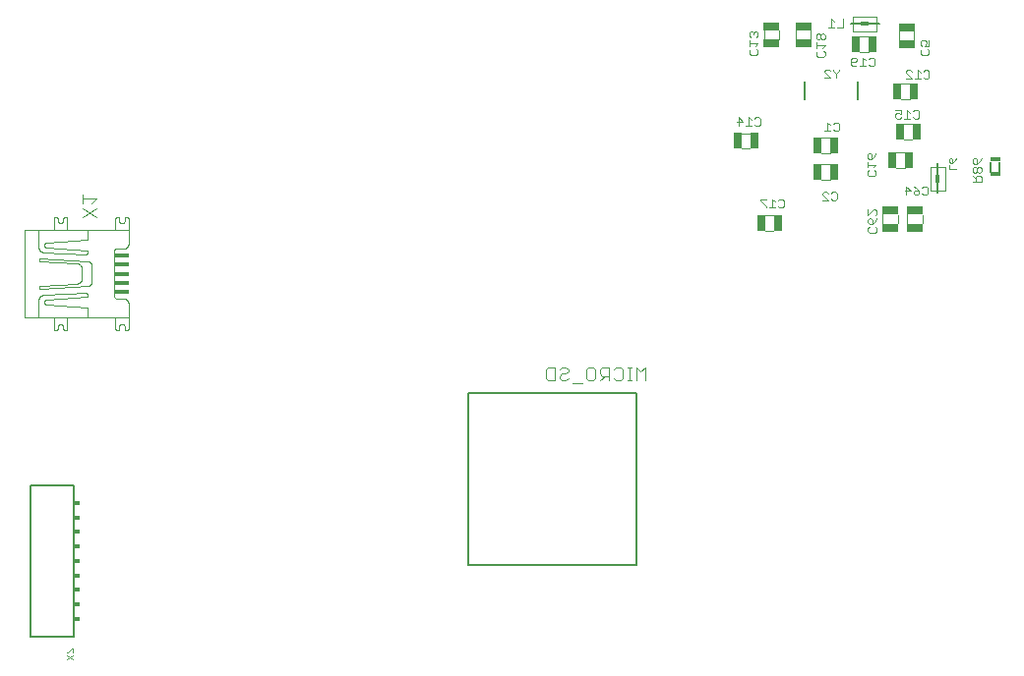
<source format=gbo>
G75*
%MOIN*%
%OFA0B0*%
%FSLAX25Y25*%
%IPPOS*%
%LPD*%
%AMOC8*
5,1,8,0,0,1.08239X$1,22.5*
%
%ADD10C,0.00600*%
%ADD11R,0.03400X0.01600*%
%ADD12C,0.00300*%
%ADD13R,0.01969X0.01260*%
%ADD14C,0.00400*%
%ADD15C,0.00500*%
%ADD16R,0.02953X0.05709*%
%ADD17C,0.00276*%
%ADD18R,0.02756X0.01181*%
%ADD19R,0.05709X0.02953*%
%ADD20C,0.00200*%
%ADD21R,0.01181X0.02756*%
%ADD22R,0.05133X0.01324*%
D10*
X0005564Y0053909D02*
X0020131Y0053909D01*
X0020131Y0105091D01*
X0005564Y0105091D01*
X0005564Y0053909D01*
X0005564Y0054402D02*
X0005564Y0104598D01*
X0016194Y0105091D02*
X0020131Y0105091D01*
X0020131Y0101154D01*
X0020131Y0097217D02*
X0020131Y0096232D01*
X0020131Y0092295D02*
X0020131Y0091311D01*
X0020131Y0087374D02*
X0020131Y0086390D01*
X0020131Y0082453D02*
X0020131Y0081469D01*
X0020131Y0077531D02*
X0020131Y0076547D01*
X0020131Y0072610D02*
X0020131Y0071626D01*
X0020131Y0067689D02*
X0020131Y0066705D01*
X0020131Y0062768D02*
X0020131Y0061783D01*
X0020131Y0057846D02*
X0020131Y0053909D01*
X0016194Y0053909D01*
X0330898Y0211549D02*
X0330898Y0214951D01*
X0333702Y0214951D02*
X0333702Y0211549D01*
D11*
X0332300Y0210750D03*
X0332300Y0215750D03*
D12*
X0327652Y0216138D02*
X0327169Y0215171D01*
X0326201Y0214203D01*
X0326201Y0215655D01*
X0325717Y0216138D01*
X0325234Y0216138D01*
X0324750Y0215655D01*
X0324750Y0214687D01*
X0325234Y0214203D01*
X0326201Y0214203D01*
X0325717Y0213192D02*
X0325234Y0213192D01*
X0324750Y0212708D01*
X0324750Y0211741D01*
X0325234Y0211257D01*
X0325717Y0211257D01*
X0326201Y0211741D01*
X0326201Y0212708D01*
X0325717Y0213192D01*
X0326201Y0212708D02*
X0326685Y0213192D01*
X0327169Y0213192D01*
X0327652Y0212708D01*
X0327652Y0211741D01*
X0327169Y0211257D01*
X0326685Y0211257D01*
X0326201Y0211741D01*
X0326201Y0210245D02*
X0325717Y0209762D01*
X0325717Y0208310D01*
X0324750Y0208310D02*
X0327652Y0208310D01*
X0327652Y0209762D01*
X0327169Y0210245D01*
X0326201Y0210245D01*
X0325717Y0209278D02*
X0324750Y0210245D01*
X0309490Y0206119D02*
X0309490Y0204184D01*
X0309006Y0203700D01*
X0308038Y0203700D01*
X0307555Y0204184D01*
X0306543Y0204184D02*
X0306059Y0203700D01*
X0305092Y0203700D01*
X0304608Y0204184D01*
X0304608Y0204667D01*
X0305092Y0205151D01*
X0306543Y0205151D01*
X0306543Y0204184D01*
X0306543Y0205151D02*
X0305576Y0206119D01*
X0304608Y0206602D01*
X0303597Y0205151D02*
X0301662Y0205151D01*
X0302145Y0203700D02*
X0302145Y0206602D01*
X0303597Y0205151D01*
X0307555Y0206119D02*
X0308038Y0206602D01*
X0309006Y0206602D01*
X0309490Y0206119D01*
X0291902Y0210544D02*
X0291419Y0210060D01*
X0289484Y0210060D01*
X0289000Y0210544D01*
X0289000Y0211512D01*
X0289484Y0211995D01*
X0289000Y0213007D02*
X0289000Y0214942D01*
X0289000Y0213974D02*
X0291902Y0213974D01*
X0290935Y0213007D01*
X0291419Y0211995D02*
X0291902Y0211512D01*
X0291902Y0210544D01*
X0290451Y0215953D02*
X0289484Y0215953D01*
X0289000Y0216437D01*
X0289000Y0217405D01*
X0289484Y0217888D01*
X0289967Y0217888D01*
X0290451Y0217405D01*
X0290451Y0215953D01*
X0291419Y0216921D01*
X0291902Y0217888D01*
X0299056Y0229650D02*
X0300023Y0229650D01*
X0300507Y0230134D01*
X0300507Y0231101D02*
X0299539Y0231585D01*
X0299056Y0231585D01*
X0298572Y0231101D01*
X0298572Y0230134D01*
X0299056Y0229650D01*
X0300507Y0231101D02*
X0300507Y0232552D01*
X0298572Y0232552D01*
X0302486Y0232552D02*
X0302486Y0229650D01*
X0303453Y0229650D02*
X0301519Y0229650D01*
X0303453Y0231585D02*
X0302486Y0232552D01*
X0304465Y0232069D02*
X0304949Y0232552D01*
X0305916Y0232552D01*
X0306400Y0232069D01*
X0306400Y0230134D01*
X0305916Y0229650D01*
X0304949Y0229650D01*
X0304465Y0230134D01*
X0304007Y0243150D02*
X0302072Y0245085D01*
X0302072Y0245569D01*
X0302556Y0246052D01*
X0303523Y0246052D01*
X0304007Y0245569D01*
X0305986Y0246052D02*
X0305986Y0243150D01*
X0306953Y0243150D02*
X0305019Y0243150D01*
X0304007Y0243150D02*
X0302072Y0243150D01*
X0305986Y0246052D02*
X0306953Y0245085D01*
X0307965Y0245569D02*
X0308449Y0246052D01*
X0309416Y0246052D01*
X0309900Y0245569D01*
X0309900Y0243634D01*
X0309416Y0243150D01*
X0308449Y0243150D01*
X0307965Y0243634D01*
X0307484Y0251257D02*
X0307000Y0251741D01*
X0307000Y0252708D01*
X0307484Y0253192D01*
X0307484Y0254203D02*
X0307000Y0254687D01*
X0307000Y0255655D01*
X0307484Y0256138D01*
X0308451Y0256138D01*
X0308935Y0255655D01*
X0308935Y0255171D01*
X0308451Y0254203D01*
X0309902Y0254203D01*
X0309902Y0256138D01*
X0309419Y0253192D02*
X0309902Y0252708D01*
X0309902Y0251741D01*
X0309419Y0251257D01*
X0307484Y0251257D01*
X0291400Y0249819D02*
X0291400Y0247884D01*
X0290916Y0247400D01*
X0289949Y0247400D01*
X0289465Y0247884D01*
X0288453Y0247400D02*
X0286519Y0247400D01*
X0287486Y0247400D02*
X0287486Y0250302D01*
X0288453Y0249335D01*
X0289465Y0249819D02*
X0289949Y0250302D01*
X0290916Y0250302D01*
X0291400Y0249819D01*
X0285507Y0249819D02*
X0285507Y0249335D01*
X0285023Y0248851D01*
X0283572Y0248851D01*
X0283572Y0247884D02*
X0283572Y0249819D01*
X0284056Y0250302D01*
X0285023Y0250302D01*
X0285507Y0249819D01*
X0285507Y0247884D02*
X0285023Y0247400D01*
X0284056Y0247400D01*
X0283572Y0247884D01*
X0279400Y0246302D02*
X0279400Y0245819D01*
X0278433Y0244851D01*
X0278433Y0243400D01*
X0278433Y0244851D02*
X0277465Y0245819D01*
X0277465Y0246302D01*
X0276453Y0245819D02*
X0275970Y0246302D01*
X0275002Y0246302D01*
X0274519Y0245819D01*
X0274519Y0245335D01*
X0276453Y0243400D01*
X0274519Y0243400D01*
X0274169Y0250560D02*
X0272234Y0250560D01*
X0271750Y0251044D01*
X0271750Y0252012D01*
X0272234Y0252495D01*
X0271750Y0253507D02*
X0271750Y0255442D01*
X0271750Y0254474D02*
X0274652Y0254474D01*
X0273685Y0253507D01*
X0274169Y0252495D02*
X0274652Y0252012D01*
X0274652Y0251044D01*
X0274169Y0250560D01*
X0274169Y0256453D02*
X0273685Y0256453D01*
X0273201Y0256937D01*
X0273201Y0257905D01*
X0272717Y0258388D01*
X0272234Y0258388D01*
X0271750Y0257905D01*
X0271750Y0256937D01*
X0272234Y0256453D01*
X0272717Y0256453D01*
X0273201Y0256937D01*
X0273201Y0257905D02*
X0273685Y0258388D01*
X0274169Y0258388D01*
X0274652Y0257905D01*
X0274652Y0256937D01*
X0274169Y0256453D01*
X0275769Y0260650D02*
X0277703Y0260650D01*
X0276736Y0260650D02*
X0276736Y0263552D01*
X0277703Y0262585D01*
X0278715Y0260650D02*
X0280650Y0260650D01*
X0280650Y0263552D01*
X0251902Y0258655D02*
X0251902Y0257687D01*
X0251419Y0257203D01*
X0250451Y0258171D02*
X0250451Y0258655D01*
X0249967Y0259138D01*
X0249484Y0259138D01*
X0249000Y0258655D01*
X0249000Y0257687D01*
X0249484Y0257203D01*
X0249000Y0256192D02*
X0249000Y0254257D01*
X0249000Y0255224D02*
X0251902Y0255224D01*
X0250935Y0254257D01*
X0251419Y0253245D02*
X0251902Y0252762D01*
X0251902Y0251794D01*
X0251419Y0251310D01*
X0249484Y0251310D01*
X0249000Y0251794D01*
X0249000Y0252762D01*
X0249484Y0253245D01*
X0250451Y0258655D02*
X0250935Y0259138D01*
X0251419Y0259138D01*
X0251902Y0258655D01*
X0252166Y0230052D02*
X0252650Y0229569D01*
X0252650Y0227634D01*
X0252166Y0227150D01*
X0251199Y0227150D01*
X0250715Y0227634D01*
X0249703Y0227150D02*
X0247769Y0227150D01*
X0248736Y0227150D02*
X0248736Y0230052D01*
X0249703Y0229085D01*
X0250715Y0229569D02*
X0251199Y0230052D01*
X0252166Y0230052D01*
X0246757Y0228601D02*
X0244822Y0228601D01*
X0245306Y0227150D02*
X0245306Y0230052D01*
X0246757Y0228601D01*
X0273769Y0204319D02*
X0274252Y0204802D01*
X0275220Y0204802D01*
X0275703Y0204319D01*
X0276715Y0204319D02*
X0277199Y0204802D01*
X0278166Y0204802D01*
X0278650Y0204319D01*
X0278650Y0202384D01*
X0278166Y0201900D01*
X0277199Y0201900D01*
X0276715Y0202384D01*
X0275703Y0201900D02*
X0273769Y0203835D01*
X0273769Y0204319D01*
X0273769Y0201900D02*
X0275703Y0201900D01*
X0289200Y0198728D02*
X0289200Y0196793D01*
X0291135Y0198728D01*
X0291619Y0198728D01*
X0292102Y0198244D01*
X0292102Y0197277D01*
X0291619Y0196793D01*
X0292102Y0195781D02*
X0291619Y0194814D01*
X0290651Y0193847D01*
X0290651Y0195298D01*
X0290167Y0195781D01*
X0289684Y0195781D01*
X0289200Y0195298D01*
X0289200Y0194330D01*
X0289684Y0193847D01*
X0290651Y0193847D01*
X0289684Y0192835D02*
X0289200Y0192351D01*
X0289200Y0191384D01*
X0289684Y0190900D01*
X0291619Y0190900D01*
X0292102Y0191384D01*
X0292102Y0192351D01*
X0291619Y0192835D01*
X0260650Y0199884D02*
X0260166Y0199400D01*
X0259199Y0199400D01*
X0258715Y0199884D01*
X0257703Y0199400D02*
X0255769Y0199400D01*
X0256736Y0199400D02*
X0256736Y0202302D01*
X0257703Y0201335D01*
X0258715Y0201819D02*
X0259199Y0202302D01*
X0260166Y0202302D01*
X0260650Y0201819D01*
X0260650Y0199884D01*
X0254757Y0199884D02*
X0254757Y0199400D01*
X0254757Y0199884D02*
X0252822Y0201819D01*
X0252822Y0202302D01*
X0254757Y0202302D01*
X0274519Y0225400D02*
X0276453Y0225400D01*
X0275486Y0225400D02*
X0275486Y0228302D01*
X0276453Y0227335D01*
X0277465Y0227819D02*
X0277949Y0228302D01*
X0278916Y0228302D01*
X0279400Y0227819D01*
X0279400Y0225884D01*
X0278916Y0225400D01*
X0277949Y0225400D01*
X0277465Y0225884D01*
D13*
X0021115Y0099185D03*
X0021115Y0094264D03*
X0021115Y0089343D03*
X0021115Y0084421D03*
X0021115Y0079500D03*
X0021115Y0074579D03*
X0021115Y0069657D03*
X0021115Y0064736D03*
X0021115Y0059815D03*
D14*
X0019852Y0047551D02*
X0017750Y0046150D01*
X0017750Y0047551D02*
X0019852Y0046150D01*
X0019852Y0048452D02*
X0019852Y0049853D01*
X0019501Y0049853D01*
X0018100Y0048452D01*
X0017750Y0048452D01*
X0013978Y0157711D02*
X0013978Y0157711D01*
X0013978Y0157712D02*
X0013931Y0157714D01*
X0013883Y0157719D01*
X0013836Y0157728D01*
X0013790Y0157741D01*
X0013746Y0157758D01*
X0013702Y0157777D01*
X0013661Y0157801D01*
X0013621Y0157827D01*
X0013583Y0157857D01*
X0013548Y0157889D01*
X0013516Y0157924D01*
X0013486Y0157962D01*
X0013460Y0158001D01*
X0013437Y0158043D01*
X0013417Y0158086D01*
X0013400Y0158131D01*
X0013387Y0158177D01*
X0013378Y0158224D01*
X0013373Y0158271D01*
X0013371Y0158319D01*
X0013371Y0162017D01*
X0015523Y0159864D02*
X0015634Y0159864D01*
X0015634Y0159863D02*
X0015692Y0159861D01*
X0015749Y0159856D01*
X0015806Y0159846D01*
X0015863Y0159833D01*
X0015918Y0159816D01*
X0015972Y0159796D01*
X0016025Y0159772D01*
X0016076Y0159745D01*
X0016125Y0159714D01*
X0016172Y0159681D01*
X0016216Y0159644D01*
X0016259Y0159605D01*
X0016298Y0159562D01*
X0016335Y0159518D01*
X0016368Y0159471D01*
X0016399Y0159422D01*
X0016426Y0159371D01*
X0016450Y0159318D01*
X0016470Y0159264D01*
X0016487Y0159209D01*
X0016500Y0159152D01*
X0016510Y0159095D01*
X0016515Y0159038D01*
X0016517Y0158980D01*
X0016517Y0158981D02*
X0016517Y0158319D01*
X0016519Y0158271D01*
X0016524Y0158224D01*
X0016534Y0158177D01*
X0016547Y0158131D01*
X0016563Y0158087D01*
X0016583Y0158043D01*
X0016606Y0158002D01*
X0016633Y0157962D01*
X0016662Y0157925D01*
X0016695Y0157890D01*
X0016730Y0157857D01*
X0016767Y0157828D01*
X0016807Y0157801D01*
X0016848Y0157778D01*
X0016892Y0157758D01*
X0016936Y0157742D01*
X0016982Y0157729D01*
X0017029Y0157719D01*
X0017076Y0157714D01*
X0017124Y0157712D01*
X0017173Y0157714D01*
X0017223Y0157719D01*
X0017271Y0157729D01*
X0017319Y0157741D01*
X0017366Y0157758D01*
X0017411Y0157778D01*
X0017455Y0157801D01*
X0017497Y0157827D01*
X0017537Y0157856D01*
X0017574Y0157889D01*
X0017609Y0157924D01*
X0017642Y0157961D01*
X0017671Y0158001D01*
X0017697Y0158043D01*
X0017720Y0158087D01*
X0017740Y0158132D01*
X0017757Y0158179D01*
X0017769Y0158227D01*
X0017779Y0158275D01*
X0017784Y0158325D01*
X0017786Y0158374D01*
X0017786Y0161796D01*
X0015523Y0159864D02*
X0015466Y0159862D01*
X0015408Y0159856D01*
X0015351Y0159847D01*
X0015295Y0159834D01*
X0015239Y0159817D01*
X0015185Y0159797D01*
X0015133Y0159773D01*
X0015082Y0159746D01*
X0015033Y0159715D01*
X0014986Y0159682D01*
X0014941Y0159645D01*
X0014899Y0159605D01*
X0014859Y0159563D01*
X0014822Y0159518D01*
X0014789Y0159471D01*
X0014758Y0159422D01*
X0014731Y0159371D01*
X0014707Y0159319D01*
X0014687Y0159265D01*
X0014670Y0159209D01*
X0014657Y0159153D01*
X0014648Y0159096D01*
X0014642Y0159038D01*
X0014640Y0158981D01*
X0014640Y0158374D01*
X0014638Y0158325D01*
X0014633Y0158275D01*
X0014623Y0158227D01*
X0014611Y0158179D01*
X0014594Y0158132D01*
X0014574Y0158087D01*
X0014551Y0158043D01*
X0014525Y0158001D01*
X0014496Y0157961D01*
X0014463Y0157924D01*
X0014428Y0157889D01*
X0014391Y0157856D01*
X0014351Y0157827D01*
X0014309Y0157801D01*
X0014265Y0157778D01*
X0014220Y0157758D01*
X0014173Y0157741D01*
X0014125Y0157729D01*
X0014077Y0157719D01*
X0014027Y0157714D01*
X0013978Y0157712D01*
X0008238Y0162237D02*
X0008238Y0168308D01*
X0008237Y0168309D02*
X0008239Y0168381D01*
X0008245Y0168453D01*
X0008254Y0168525D01*
X0008267Y0168596D01*
X0008284Y0168666D01*
X0008304Y0168735D01*
X0008329Y0168803D01*
X0008356Y0168870D01*
X0008387Y0168935D01*
X0008422Y0168999D01*
X0008460Y0169061D01*
X0008501Y0169120D01*
X0008545Y0169177D01*
X0008591Y0169232D01*
X0008641Y0169285D01*
X0008694Y0169335D01*
X0008749Y0169381D01*
X0008806Y0169425D01*
X0008865Y0169466D01*
X0008927Y0169504D01*
X0008991Y0169539D01*
X0009056Y0169570D01*
X0009123Y0169597D01*
X0009191Y0169622D01*
X0009260Y0169642D01*
X0009330Y0169659D01*
X0009401Y0169672D01*
X0009473Y0169681D01*
X0009545Y0169687D01*
X0009617Y0169689D01*
X0009618Y0169688D02*
X0009783Y0169688D01*
X0024244Y0170350D01*
X0024292Y0170351D01*
X0024339Y0170347D01*
X0024386Y0170339D01*
X0024433Y0170328D01*
X0024478Y0170312D01*
X0024522Y0170293D01*
X0024564Y0170271D01*
X0024605Y0170245D01*
X0024643Y0170215D01*
X0024678Y0170183D01*
X0024711Y0170148D01*
X0024740Y0170111D01*
X0024767Y0170071D01*
X0024790Y0170029D01*
X0024809Y0169985D01*
X0024825Y0169940D01*
X0024837Y0169893D01*
X0024845Y0169846D01*
X0024849Y0169799D01*
X0024850Y0169751D01*
X0024846Y0169703D01*
X0024838Y0169656D01*
X0024827Y0169609D01*
X0024812Y0169564D01*
X0024793Y0169520D01*
X0024770Y0169478D01*
X0024744Y0169437D01*
X0024715Y0169399D01*
X0024683Y0169364D01*
X0024648Y0169331D01*
X0024611Y0169301D01*
X0024571Y0169275D01*
X0024529Y0169252D01*
X0024485Y0169232D01*
X0024440Y0169216D01*
X0024394Y0169204D01*
X0024346Y0169196D01*
X0024299Y0169192D01*
X0024299Y0169191D02*
X0010942Y0168308D01*
X0010881Y0168302D01*
X0010820Y0168292D01*
X0010760Y0168278D01*
X0010700Y0168260D01*
X0010642Y0168239D01*
X0010586Y0168214D01*
X0010531Y0168185D01*
X0010478Y0168153D01*
X0010428Y0168118D01*
X0010379Y0168080D01*
X0010334Y0168038D01*
X0010291Y0167994D01*
X0010251Y0167947D01*
X0010214Y0167897D01*
X0010180Y0167846D01*
X0010149Y0167792D01*
X0010123Y0167736D01*
X0010099Y0167679D01*
X0010080Y0167620D01*
X0010064Y0167561D01*
X0010052Y0167500D01*
X0010044Y0167439D01*
X0010040Y0167377D01*
X0010039Y0167315D01*
X0010043Y0167254D01*
X0010051Y0167192D01*
X0010062Y0167132D01*
X0010078Y0167072D01*
X0010097Y0167013D01*
X0010120Y0166956D01*
X0010146Y0166900D01*
X0010176Y0166846D01*
X0010210Y0166794D01*
X0010246Y0166744D01*
X0010286Y0166697D01*
X0010329Y0166653D01*
X0010374Y0166611D01*
X0010422Y0166572D01*
X0010473Y0166536D01*
X0010525Y0166504D01*
X0010580Y0166475D01*
X0010636Y0166449D01*
X0010694Y0166428D01*
X0010753Y0166410D01*
X0010813Y0166395D01*
X0010874Y0166385D01*
X0010936Y0166379D01*
X0010997Y0166376D01*
X0024409Y0165493D01*
X0024450Y0165489D01*
X0024490Y0165481D01*
X0024529Y0165469D01*
X0024567Y0165455D01*
X0024604Y0165437D01*
X0024639Y0165416D01*
X0024672Y0165392D01*
X0024703Y0165365D01*
X0024731Y0165335D01*
X0024757Y0165304D01*
X0024780Y0165270D01*
X0024800Y0165234D01*
X0024817Y0165197D01*
X0024831Y0165159D01*
X0024841Y0165119D01*
X0024847Y0165079D01*
X0024851Y0165038D01*
X0024850Y0164997D01*
X0024851Y0164997D02*
X0024851Y0162237D01*
X0034179Y0162017D02*
X0034179Y0158319D01*
X0034178Y0158319D02*
X0034180Y0158271D01*
X0034185Y0158223D01*
X0034195Y0158177D01*
X0034207Y0158131D01*
X0034224Y0158086D01*
X0034244Y0158042D01*
X0034267Y0158001D01*
X0034294Y0157961D01*
X0034323Y0157923D01*
X0034356Y0157888D01*
X0034391Y0157856D01*
X0034428Y0157826D01*
X0034468Y0157800D01*
X0034510Y0157777D01*
X0034553Y0157757D01*
X0034598Y0157740D01*
X0034644Y0157727D01*
X0034691Y0157718D01*
X0034738Y0157713D01*
X0034786Y0157711D01*
X0034786Y0157711D01*
X0034786Y0157712D02*
X0034835Y0157714D01*
X0034885Y0157719D01*
X0034933Y0157729D01*
X0034981Y0157741D01*
X0035028Y0157758D01*
X0035073Y0157778D01*
X0035117Y0157801D01*
X0035159Y0157827D01*
X0035199Y0157856D01*
X0035236Y0157889D01*
X0035271Y0157924D01*
X0035304Y0157961D01*
X0035333Y0158001D01*
X0035359Y0158043D01*
X0035382Y0158087D01*
X0035402Y0158132D01*
X0035419Y0158179D01*
X0035431Y0158227D01*
X0035441Y0158275D01*
X0035446Y0158325D01*
X0035448Y0158374D01*
X0035448Y0158981D01*
X0035450Y0159039D01*
X0035456Y0159096D01*
X0035465Y0159153D01*
X0035478Y0159210D01*
X0035495Y0159265D01*
X0035515Y0159319D01*
X0035539Y0159372D01*
X0035566Y0159423D01*
X0035597Y0159472D01*
X0035630Y0159519D01*
X0035667Y0159563D01*
X0035707Y0159605D01*
X0035749Y0159645D01*
X0035793Y0159682D01*
X0035840Y0159715D01*
X0035890Y0159746D01*
X0035940Y0159773D01*
X0035993Y0159797D01*
X0036047Y0159817D01*
X0036102Y0159834D01*
X0036159Y0159847D01*
X0036216Y0159856D01*
X0036273Y0159862D01*
X0036331Y0159864D01*
X0036442Y0159864D01*
X0036499Y0159862D01*
X0036557Y0159856D01*
X0036614Y0159847D01*
X0036670Y0159834D01*
X0036726Y0159817D01*
X0036780Y0159797D01*
X0036832Y0159773D01*
X0036883Y0159746D01*
X0036932Y0159715D01*
X0036979Y0159682D01*
X0037024Y0159645D01*
X0037066Y0159605D01*
X0037106Y0159563D01*
X0037143Y0159518D01*
X0037176Y0159471D01*
X0037207Y0159422D01*
X0037234Y0159371D01*
X0037258Y0159319D01*
X0037278Y0159265D01*
X0037295Y0159209D01*
X0037308Y0159153D01*
X0037317Y0159096D01*
X0037323Y0159038D01*
X0037325Y0158981D01*
X0037325Y0158319D01*
X0037327Y0158271D01*
X0037332Y0158224D01*
X0037342Y0158177D01*
X0037355Y0158131D01*
X0037371Y0158087D01*
X0037391Y0158043D01*
X0037414Y0158002D01*
X0037441Y0157962D01*
X0037470Y0157925D01*
X0037503Y0157890D01*
X0037538Y0157857D01*
X0037575Y0157828D01*
X0037615Y0157801D01*
X0037656Y0157778D01*
X0037700Y0157758D01*
X0037744Y0157742D01*
X0037790Y0157729D01*
X0037837Y0157719D01*
X0037884Y0157714D01*
X0037932Y0157712D01*
X0037981Y0157714D01*
X0038031Y0157719D01*
X0038079Y0157729D01*
X0038127Y0157741D01*
X0038174Y0157758D01*
X0038219Y0157778D01*
X0038263Y0157801D01*
X0038305Y0157827D01*
X0038345Y0157856D01*
X0038382Y0157889D01*
X0038417Y0157924D01*
X0038450Y0157961D01*
X0038479Y0158001D01*
X0038505Y0158043D01*
X0038528Y0158087D01*
X0038548Y0158132D01*
X0038565Y0158179D01*
X0038577Y0158227D01*
X0038587Y0158275D01*
X0038592Y0158325D01*
X0038594Y0158374D01*
X0038594Y0162072D01*
X0038594Y0162016D02*
X0038594Y0166983D01*
X0038594Y0166984D02*
X0038592Y0167056D01*
X0038587Y0167129D01*
X0038578Y0167201D01*
X0038565Y0167273D01*
X0038548Y0167343D01*
X0038528Y0167413D01*
X0038505Y0167482D01*
X0038478Y0167550D01*
X0038447Y0167616D01*
X0038414Y0167680D01*
X0038377Y0167743D01*
X0038337Y0167804D01*
X0038294Y0167862D01*
X0038248Y0167919D01*
X0038199Y0167973D01*
X0038148Y0168024D01*
X0038094Y0168073D01*
X0038037Y0168119D01*
X0037979Y0168162D01*
X0037918Y0168202D01*
X0037855Y0168239D01*
X0037791Y0168272D01*
X0037725Y0168303D01*
X0037657Y0168330D01*
X0037588Y0168353D01*
X0037518Y0168373D01*
X0037448Y0168390D01*
X0037376Y0168403D01*
X0037304Y0168412D01*
X0037231Y0168417D01*
X0037159Y0168419D01*
X0035061Y0168419D01*
X0034986Y0168421D01*
X0034911Y0168427D01*
X0034837Y0168437D01*
X0034763Y0168450D01*
X0034690Y0168468D01*
X0034618Y0168489D01*
X0034547Y0168514D01*
X0034477Y0168543D01*
X0034410Y0168575D01*
X0034344Y0168611D01*
X0034279Y0168651D01*
X0034218Y0168693D01*
X0034158Y0168739D01*
X0034101Y0168788D01*
X0034046Y0168839D01*
X0033995Y0168894D01*
X0033946Y0168951D01*
X0033900Y0169011D01*
X0033858Y0169072D01*
X0033818Y0169137D01*
X0033782Y0169203D01*
X0033750Y0169270D01*
X0033721Y0169340D01*
X0033696Y0169411D01*
X0033675Y0169483D01*
X0033657Y0169556D01*
X0033644Y0169630D01*
X0033634Y0169704D01*
X0033628Y0169779D01*
X0033626Y0169854D01*
X0033626Y0184314D01*
X0033627Y0184314D02*
X0033629Y0184383D01*
X0033634Y0184451D01*
X0033644Y0184519D01*
X0033657Y0184587D01*
X0033673Y0184653D01*
X0033693Y0184719D01*
X0033717Y0184784D01*
X0033744Y0184847D01*
X0033775Y0184908D01*
X0033809Y0184968D01*
X0033846Y0185026D01*
X0033886Y0185082D01*
X0033929Y0185136D01*
X0033975Y0185187D01*
X0034023Y0185235D01*
X0034074Y0185281D01*
X0034128Y0185324D01*
X0034184Y0185364D01*
X0034242Y0185401D01*
X0034302Y0185435D01*
X0034363Y0185466D01*
X0034426Y0185493D01*
X0034491Y0185517D01*
X0034557Y0185537D01*
X0034623Y0185553D01*
X0034691Y0185566D01*
X0034759Y0185576D01*
X0034827Y0185581D01*
X0034896Y0185583D01*
X0037214Y0185583D01*
X0037286Y0185585D01*
X0037358Y0185591D01*
X0037430Y0185600D01*
X0037501Y0185613D01*
X0037571Y0185630D01*
X0037640Y0185650D01*
X0037708Y0185675D01*
X0037775Y0185702D01*
X0037840Y0185733D01*
X0037904Y0185768D01*
X0037966Y0185806D01*
X0038025Y0185847D01*
X0038082Y0185891D01*
X0038137Y0185937D01*
X0038190Y0185987D01*
X0038240Y0186040D01*
X0038286Y0186095D01*
X0038330Y0186152D01*
X0038371Y0186211D01*
X0038409Y0186273D01*
X0038444Y0186337D01*
X0038475Y0186402D01*
X0038502Y0186469D01*
X0038527Y0186537D01*
X0038547Y0186606D01*
X0038564Y0186676D01*
X0038577Y0186747D01*
X0038586Y0186819D01*
X0038592Y0186891D01*
X0038594Y0186963D01*
X0038594Y0191986D01*
X0038594Y0195684D01*
X0038592Y0195732D01*
X0038587Y0195779D01*
X0038578Y0195826D01*
X0038565Y0195872D01*
X0038548Y0195917D01*
X0038528Y0195960D01*
X0038505Y0196002D01*
X0038479Y0196041D01*
X0038449Y0196079D01*
X0038417Y0196114D01*
X0038382Y0196146D01*
X0038344Y0196176D01*
X0038304Y0196202D01*
X0038263Y0196226D01*
X0038219Y0196245D01*
X0038175Y0196262D01*
X0038129Y0196275D01*
X0038082Y0196284D01*
X0038034Y0196289D01*
X0037987Y0196291D01*
X0037986Y0196291D01*
X0037987Y0196291D02*
X0037938Y0196289D01*
X0037888Y0196284D01*
X0037840Y0196274D01*
X0037792Y0196262D01*
X0037745Y0196245D01*
X0037700Y0196225D01*
X0037656Y0196202D01*
X0037614Y0196176D01*
X0037574Y0196147D01*
X0037537Y0196114D01*
X0037502Y0196079D01*
X0037469Y0196042D01*
X0037440Y0196002D01*
X0037414Y0195960D01*
X0037391Y0195916D01*
X0037371Y0195871D01*
X0037354Y0195824D01*
X0037342Y0195776D01*
X0037332Y0195728D01*
X0037327Y0195678D01*
X0037325Y0195629D01*
X0037324Y0195629D02*
X0037324Y0195022D01*
X0037325Y0195021D02*
X0037323Y0194963D01*
X0037318Y0194906D01*
X0037308Y0194849D01*
X0037295Y0194792D01*
X0037278Y0194737D01*
X0037258Y0194683D01*
X0037234Y0194630D01*
X0037207Y0194579D01*
X0037177Y0194530D01*
X0037143Y0194483D01*
X0037106Y0194439D01*
X0037067Y0194396D01*
X0037024Y0194357D01*
X0036980Y0194320D01*
X0036933Y0194286D01*
X0036884Y0194256D01*
X0036833Y0194229D01*
X0036780Y0194205D01*
X0036726Y0194185D01*
X0036671Y0194168D01*
X0036614Y0194155D01*
X0036557Y0194145D01*
X0036500Y0194140D01*
X0036442Y0194138D01*
X0036441Y0194139D02*
X0036331Y0194139D01*
X0036273Y0194141D01*
X0036216Y0194147D01*
X0036159Y0194156D01*
X0036102Y0194169D01*
X0036047Y0194186D01*
X0035993Y0194206D01*
X0035940Y0194230D01*
X0035890Y0194257D01*
X0035840Y0194288D01*
X0035793Y0194321D01*
X0035749Y0194358D01*
X0035707Y0194398D01*
X0035667Y0194440D01*
X0035630Y0194484D01*
X0035597Y0194531D01*
X0035566Y0194581D01*
X0035539Y0194631D01*
X0035515Y0194684D01*
X0035495Y0194738D01*
X0035478Y0194793D01*
X0035465Y0194850D01*
X0035456Y0194907D01*
X0035450Y0194964D01*
X0035448Y0195022D01*
X0035448Y0195684D01*
X0035446Y0195732D01*
X0035441Y0195779D01*
X0035431Y0195826D01*
X0035418Y0195872D01*
X0035402Y0195916D01*
X0035382Y0195960D01*
X0035359Y0196001D01*
X0035332Y0196041D01*
X0035303Y0196078D01*
X0035270Y0196113D01*
X0035235Y0196146D01*
X0035198Y0196175D01*
X0035158Y0196202D01*
X0035117Y0196225D01*
X0035073Y0196245D01*
X0035029Y0196261D01*
X0034983Y0196274D01*
X0034936Y0196284D01*
X0034889Y0196289D01*
X0034841Y0196291D01*
X0034792Y0196289D01*
X0034742Y0196284D01*
X0034694Y0196274D01*
X0034646Y0196262D01*
X0034599Y0196245D01*
X0034554Y0196225D01*
X0034510Y0196202D01*
X0034468Y0196176D01*
X0034428Y0196147D01*
X0034391Y0196114D01*
X0034356Y0196079D01*
X0034323Y0196042D01*
X0034294Y0196002D01*
X0034268Y0195960D01*
X0034245Y0195916D01*
X0034225Y0195871D01*
X0034208Y0195824D01*
X0034196Y0195776D01*
X0034186Y0195728D01*
X0034181Y0195678D01*
X0034179Y0195629D01*
X0034178Y0195629D02*
X0034178Y0192207D01*
X0038594Y0191986D02*
X0017786Y0191986D01*
X0017786Y0195684D01*
X0017784Y0195732D01*
X0017779Y0195779D01*
X0017770Y0195826D01*
X0017757Y0195872D01*
X0017740Y0195917D01*
X0017720Y0195960D01*
X0017697Y0196002D01*
X0017671Y0196041D01*
X0017641Y0196079D01*
X0017609Y0196114D01*
X0017574Y0196146D01*
X0017536Y0196176D01*
X0017496Y0196202D01*
X0017455Y0196226D01*
X0017411Y0196245D01*
X0017367Y0196262D01*
X0017321Y0196275D01*
X0017274Y0196284D01*
X0017226Y0196289D01*
X0017179Y0196291D01*
X0017178Y0196291D01*
X0017179Y0196291D02*
X0017130Y0196289D01*
X0017080Y0196284D01*
X0017032Y0196274D01*
X0016984Y0196262D01*
X0016937Y0196245D01*
X0016892Y0196225D01*
X0016848Y0196202D01*
X0016806Y0196176D01*
X0016766Y0196147D01*
X0016729Y0196114D01*
X0016694Y0196079D01*
X0016661Y0196042D01*
X0016632Y0196002D01*
X0016606Y0195960D01*
X0016583Y0195916D01*
X0016563Y0195871D01*
X0016546Y0195824D01*
X0016534Y0195776D01*
X0016524Y0195728D01*
X0016519Y0195678D01*
X0016517Y0195629D01*
X0016517Y0195022D01*
X0016516Y0195022D02*
X0016514Y0194964D01*
X0016509Y0194907D01*
X0016499Y0194850D01*
X0016486Y0194793D01*
X0016469Y0194738D01*
X0016449Y0194684D01*
X0016425Y0194631D01*
X0016398Y0194580D01*
X0016367Y0194531D01*
X0016334Y0194484D01*
X0016297Y0194440D01*
X0016258Y0194397D01*
X0016215Y0194358D01*
X0016171Y0194321D01*
X0016124Y0194288D01*
X0016075Y0194257D01*
X0016024Y0194230D01*
X0015971Y0194206D01*
X0015917Y0194186D01*
X0015862Y0194169D01*
X0015805Y0194156D01*
X0015748Y0194146D01*
X0015691Y0194141D01*
X0015633Y0194139D01*
X0015523Y0194139D01*
X0015465Y0194141D01*
X0015407Y0194147D01*
X0015350Y0194156D01*
X0015294Y0194169D01*
X0015239Y0194186D01*
X0015185Y0194206D01*
X0015132Y0194230D01*
X0015081Y0194257D01*
X0015032Y0194288D01*
X0014985Y0194322D01*
X0014941Y0194358D01*
X0014899Y0194398D01*
X0014859Y0194440D01*
X0014823Y0194484D01*
X0014789Y0194531D01*
X0014758Y0194580D01*
X0014731Y0194631D01*
X0014707Y0194684D01*
X0014687Y0194738D01*
X0014670Y0194793D01*
X0014657Y0194849D01*
X0014648Y0194906D01*
X0014642Y0194964D01*
X0014640Y0195022D01*
X0014640Y0195684D01*
X0014638Y0195732D01*
X0014633Y0195779D01*
X0014623Y0195826D01*
X0014610Y0195872D01*
X0014594Y0195916D01*
X0014574Y0195960D01*
X0014551Y0196001D01*
X0014524Y0196041D01*
X0014495Y0196078D01*
X0014462Y0196113D01*
X0014427Y0196146D01*
X0014390Y0196175D01*
X0014350Y0196202D01*
X0014309Y0196225D01*
X0014265Y0196245D01*
X0014221Y0196261D01*
X0014175Y0196274D01*
X0014128Y0196284D01*
X0014081Y0196289D01*
X0014033Y0196291D01*
X0013984Y0196289D01*
X0013934Y0196284D01*
X0013886Y0196274D01*
X0013838Y0196262D01*
X0013791Y0196245D01*
X0013746Y0196225D01*
X0013702Y0196202D01*
X0013660Y0196176D01*
X0013620Y0196147D01*
X0013583Y0196114D01*
X0013548Y0196079D01*
X0013515Y0196042D01*
X0013486Y0196002D01*
X0013460Y0195960D01*
X0013437Y0195916D01*
X0013417Y0195871D01*
X0013400Y0195824D01*
X0013388Y0195776D01*
X0013378Y0195728D01*
X0013373Y0195678D01*
X0013371Y0195629D01*
X0013370Y0195629D02*
X0013370Y0192207D01*
X0017786Y0191986D02*
X0003546Y0191986D01*
X0003546Y0162016D01*
X0038594Y0162016D01*
X0026010Y0174048D02*
X0026010Y0179844D01*
X0026008Y0179919D01*
X0026002Y0179994D01*
X0025992Y0180068D01*
X0025979Y0180142D01*
X0025961Y0180215D01*
X0025940Y0180287D01*
X0025915Y0180358D01*
X0025886Y0180428D01*
X0025854Y0180495D01*
X0025818Y0180562D01*
X0025778Y0180626D01*
X0025736Y0180687D01*
X0025690Y0180747D01*
X0025641Y0180804D01*
X0025590Y0180859D01*
X0025535Y0180910D01*
X0025478Y0180959D01*
X0025418Y0181005D01*
X0025357Y0181047D01*
X0025293Y0181087D01*
X0025226Y0181123D01*
X0025159Y0181155D01*
X0025089Y0181184D01*
X0025018Y0181209D01*
X0024946Y0181230D01*
X0024873Y0181248D01*
X0024799Y0181261D01*
X0024725Y0181271D01*
X0024650Y0181277D01*
X0024575Y0181279D01*
X0008845Y0182106D01*
X0008844Y0182106D02*
X0008798Y0182102D01*
X0008752Y0182094D01*
X0008707Y0182082D01*
X0008663Y0182067D01*
X0008620Y0182047D01*
X0008579Y0182024D01*
X0008541Y0181998D01*
X0008504Y0181969D01*
X0008471Y0181936D01*
X0008440Y0181901D01*
X0008412Y0181863D01*
X0008388Y0181824D01*
X0008367Y0181782D01*
X0008349Y0181738D01*
X0008336Y0181694D01*
X0008326Y0181648D01*
X0008320Y0181602D01*
X0008318Y0181555D01*
X0008320Y0181508D01*
X0008326Y0181462D01*
X0008336Y0181416D01*
X0008349Y0181372D01*
X0008367Y0181328D01*
X0008388Y0181286D01*
X0008412Y0181247D01*
X0008440Y0181209D01*
X0008471Y0181174D01*
X0008504Y0181141D01*
X0008541Y0181112D01*
X0008579Y0181086D01*
X0008620Y0181063D01*
X0008663Y0181043D01*
X0008707Y0181028D01*
X0008752Y0181016D01*
X0008798Y0181008D01*
X0008844Y0181004D01*
X0008845Y0181003D02*
X0020822Y0180451D01*
X0021098Y0180451D01*
X0021177Y0180449D01*
X0021255Y0180444D01*
X0021334Y0180434D01*
X0021411Y0180421D01*
X0021488Y0180404D01*
X0021565Y0180384D01*
X0021640Y0180360D01*
X0021713Y0180332D01*
X0021786Y0180301D01*
X0021857Y0180267D01*
X0021926Y0180229D01*
X0021993Y0180188D01*
X0022059Y0180144D01*
X0022122Y0180097D01*
X0022182Y0180047D01*
X0022241Y0179994D01*
X0022297Y0179938D01*
X0022350Y0179879D01*
X0022400Y0179819D01*
X0022447Y0179756D01*
X0022491Y0179690D01*
X0022532Y0179623D01*
X0022570Y0179554D01*
X0022604Y0179483D01*
X0022635Y0179410D01*
X0022663Y0179337D01*
X0022687Y0179262D01*
X0022707Y0179185D01*
X0022724Y0179108D01*
X0022737Y0179031D01*
X0022747Y0178952D01*
X0022752Y0178874D01*
X0022754Y0178795D01*
X0022754Y0175318D01*
X0022752Y0175237D01*
X0022746Y0175155D01*
X0022737Y0175074D01*
X0022723Y0174994D01*
X0022706Y0174915D01*
X0022685Y0174836D01*
X0022660Y0174758D01*
X0022631Y0174682D01*
X0022599Y0174607D01*
X0022564Y0174534D01*
X0022525Y0174463D01*
X0022482Y0174393D01*
X0022437Y0174326D01*
X0022388Y0174260D01*
X0022336Y0174198D01*
X0022281Y0174137D01*
X0022224Y0174080D01*
X0022163Y0174025D01*
X0022101Y0173973D01*
X0022035Y0173924D01*
X0021968Y0173879D01*
X0021899Y0173836D01*
X0021827Y0173797D01*
X0021754Y0173762D01*
X0021679Y0173730D01*
X0021603Y0173701D01*
X0021525Y0173676D01*
X0021446Y0173655D01*
X0021367Y0173638D01*
X0021287Y0173624D01*
X0021206Y0173615D01*
X0021124Y0173609D01*
X0021043Y0173607D01*
X0008790Y0172944D01*
X0008789Y0172944D02*
X0008745Y0172940D01*
X0008701Y0172932D01*
X0008658Y0172920D01*
X0008616Y0172905D01*
X0008576Y0172886D01*
X0008537Y0172864D01*
X0008501Y0172839D01*
X0008466Y0172811D01*
X0008434Y0172779D01*
X0008405Y0172746D01*
X0008379Y0172710D01*
X0008356Y0172671D01*
X0008336Y0172631D01*
X0008320Y0172590D01*
X0008308Y0172547D01*
X0008299Y0172504D01*
X0008293Y0172459D01*
X0008292Y0172415D01*
X0008294Y0172370D01*
X0008300Y0172326D01*
X0008310Y0172283D01*
X0008324Y0172240D01*
X0008341Y0172199D01*
X0008361Y0172159D01*
X0008385Y0172122D01*
X0008412Y0172086D01*
X0008442Y0172053D01*
X0008474Y0172022D01*
X0008509Y0171995D01*
X0008546Y0171970D01*
X0008585Y0171949D01*
X0008626Y0171931D01*
X0008668Y0171916D01*
X0008712Y0171906D01*
X0008756Y0171899D01*
X0008800Y0171895D01*
X0008845Y0171896D01*
X0024685Y0172724D01*
X0024757Y0172726D01*
X0024829Y0172732D01*
X0024900Y0172742D01*
X0024970Y0172755D01*
X0025040Y0172772D01*
X0025108Y0172793D01*
X0025176Y0172818D01*
X0025242Y0172847D01*
X0025306Y0172878D01*
X0025368Y0172914D01*
X0025429Y0172952D01*
X0025487Y0172994D01*
X0025543Y0173039D01*
X0025596Y0173087D01*
X0025647Y0173138D01*
X0025695Y0173191D01*
X0025740Y0173247D01*
X0025782Y0173305D01*
X0025820Y0173366D01*
X0025856Y0173428D01*
X0025887Y0173492D01*
X0025916Y0173558D01*
X0025941Y0173626D01*
X0025962Y0173694D01*
X0025979Y0173764D01*
X0025992Y0173834D01*
X0026002Y0173905D01*
X0026008Y0173977D01*
X0026010Y0174049D01*
X0024244Y0183652D02*
X0009783Y0184314D01*
X0009618Y0184314D01*
X0009545Y0184316D01*
X0009473Y0184322D01*
X0009402Y0184331D01*
X0009331Y0184344D01*
X0009261Y0184361D01*
X0009191Y0184382D01*
X0009123Y0184406D01*
X0009057Y0184433D01*
X0008991Y0184464D01*
X0008928Y0184499D01*
X0008866Y0184537D01*
X0008807Y0184578D01*
X0008749Y0184622D01*
X0008695Y0184668D01*
X0008642Y0184718D01*
X0008592Y0184771D01*
X0008546Y0184825D01*
X0008502Y0184883D01*
X0008461Y0184942D01*
X0008423Y0185004D01*
X0008388Y0185067D01*
X0008357Y0185133D01*
X0008330Y0185199D01*
X0008306Y0185267D01*
X0008285Y0185337D01*
X0008268Y0185407D01*
X0008255Y0185478D01*
X0008246Y0185549D01*
X0008240Y0185621D01*
X0008238Y0185694D01*
X0008238Y0191765D01*
X0010998Y0187626D02*
X0024409Y0188509D01*
X0024450Y0188513D01*
X0024490Y0188521D01*
X0024529Y0188533D01*
X0024567Y0188547D01*
X0024604Y0188565D01*
X0024639Y0188586D01*
X0024672Y0188610D01*
X0024703Y0188637D01*
X0024731Y0188667D01*
X0024757Y0188698D01*
X0024780Y0188732D01*
X0024800Y0188768D01*
X0024817Y0188805D01*
X0024831Y0188843D01*
X0024841Y0188883D01*
X0024847Y0188923D01*
X0024851Y0188964D01*
X0024850Y0189005D01*
X0024851Y0189006D02*
X0024851Y0191765D01*
X0023000Y0196242D02*
X0027604Y0199311D01*
X0026069Y0200846D02*
X0027604Y0202381D01*
X0023000Y0202381D01*
X0023000Y0203915D02*
X0023000Y0200846D01*
X0023000Y0199311D02*
X0027604Y0196242D01*
X0024299Y0184811D02*
X0010943Y0185694D01*
X0010942Y0185694D02*
X0010881Y0185700D01*
X0010820Y0185710D01*
X0010760Y0185724D01*
X0010700Y0185742D01*
X0010642Y0185763D01*
X0010586Y0185788D01*
X0010531Y0185817D01*
X0010478Y0185849D01*
X0010428Y0185884D01*
X0010379Y0185922D01*
X0010334Y0185964D01*
X0010291Y0186008D01*
X0010251Y0186055D01*
X0010214Y0186105D01*
X0010180Y0186156D01*
X0010149Y0186210D01*
X0010123Y0186266D01*
X0010099Y0186323D01*
X0010080Y0186382D01*
X0010064Y0186441D01*
X0010052Y0186502D01*
X0010044Y0186563D01*
X0010040Y0186625D01*
X0010039Y0186687D01*
X0010043Y0186748D01*
X0010051Y0186810D01*
X0010062Y0186870D01*
X0010078Y0186930D01*
X0010097Y0186989D01*
X0010120Y0187046D01*
X0010146Y0187102D01*
X0010176Y0187156D01*
X0010210Y0187208D01*
X0010246Y0187258D01*
X0010286Y0187305D01*
X0010329Y0187349D01*
X0010374Y0187391D01*
X0010422Y0187430D01*
X0010473Y0187466D01*
X0010525Y0187498D01*
X0010580Y0187527D01*
X0010636Y0187553D01*
X0010694Y0187574D01*
X0010753Y0187592D01*
X0010813Y0187607D01*
X0010874Y0187617D01*
X0010936Y0187623D01*
X0010997Y0187626D01*
X0024299Y0184811D02*
X0024346Y0184807D01*
X0024394Y0184799D01*
X0024440Y0184787D01*
X0024485Y0184771D01*
X0024529Y0184751D01*
X0024571Y0184728D01*
X0024611Y0184702D01*
X0024648Y0184672D01*
X0024683Y0184639D01*
X0024715Y0184604D01*
X0024744Y0184566D01*
X0024770Y0184525D01*
X0024793Y0184483D01*
X0024812Y0184439D01*
X0024827Y0184394D01*
X0024838Y0184347D01*
X0024846Y0184300D01*
X0024850Y0184252D01*
X0024849Y0184204D01*
X0024845Y0184157D01*
X0024837Y0184110D01*
X0024825Y0184063D01*
X0024809Y0184018D01*
X0024790Y0183974D01*
X0024767Y0183932D01*
X0024740Y0183892D01*
X0024711Y0183855D01*
X0024678Y0183820D01*
X0024643Y0183788D01*
X0024605Y0183758D01*
X0024564Y0183732D01*
X0024522Y0183710D01*
X0024478Y0183691D01*
X0024433Y0183675D01*
X0024386Y0183664D01*
X0024339Y0183656D01*
X0024292Y0183652D01*
X0024244Y0183653D01*
X0179987Y0144550D02*
X0179987Y0141481D01*
X0180755Y0140714D01*
X0183057Y0140714D01*
X0183057Y0145318D01*
X0180755Y0145318D01*
X0179987Y0144550D01*
X0184591Y0144550D02*
X0185359Y0145318D01*
X0186893Y0145318D01*
X0187661Y0144550D01*
X0187661Y0143783D01*
X0186893Y0143016D01*
X0185359Y0143016D01*
X0184591Y0142248D01*
X0184591Y0141481D01*
X0185359Y0140714D01*
X0186893Y0140714D01*
X0187661Y0141481D01*
X0189195Y0139946D02*
X0192265Y0139946D01*
X0193799Y0141481D02*
X0193799Y0144550D01*
X0194567Y0145318D01*
X0196101Y0145318D01*
X0196869Y0144550D01*
X0196869Y0141481D01*
X0196101Y0140714D01*
X0194567Y0140714D01*
X0193799Y0141481D01*
X0198403Y0140714D02*
X0199938Y0142248D01*
X0199171Y0142248D02*
X0201472Y0142248D01*
X0201472Y0140714D02*
X0201472Y0145318D01*
X0199171Y0145318D01*
X0198403Y0144550D01*
X0198403Y0143016D01*
X0199171Y0142248D01*
X0203007Y0141481D02*
X0203774Y0140714D01*
X0205309Y0140714D01*
X0206076Y0141481D01*
X0206076Y0144550D01*
X0205309Y0145318D01*
X0203774Y0145318D01*
X0203007Y0144550D01*
X0207611Y0145318D02*
X0209146Y0145318D01*
X0208378Y0145318D02*
X0208378Y0140714D01*
X0207611Y0140714D02*
X0209146Y0140714D01*
X0210680Y0140714D02*
X0210680Y0145318D01*
X0212215Y0143783D01*
X0213750Y0145318D01*
X0213750Y0140714D01*
X0254300Y0191652D02*
X0257202Y0191652D01*
X0257300Y0196848D02*
X0254300Y0196848D01*
X0273550Y0208902D02*
X0276452Y0208902D01*
X0276550Y0214098D02*
X0273550Y0214098D01*
X0273550Y0217902D02*
X0276452Y0217902D01*
X0276550Y0223098D02*
X0273550Y0223098D01*
X0249300Y0224598D02*
X0246300Y0224598D01*
X0246300Y0219402D02*
X0249202Y0219402D01*
X0253952Y0256500D02*
X0253952Y0259500D01*
X0259148Y0259402D02*
X0259148Y0256500D01*
X0264702Y0256500D02*
X0264702Y0259500D01*
X0269898Y0259402D02*
X0269898Y0256500D01*
X0286550Y0257348D02*
X0289550Y0257348D01*
X0289452Y0252152D02*
X0286550Y0252152D01*
X0299702Y0256250D02*
X0299702Y0259250D01*
X0304898Y0259152D02*
X0304898Y0256250D01*
X0303550Y0241348D02*
X0300550Y0241348D01*
X0300550Y0236152D02*
X0303452Y0236152D01*
X0304300Y0227848D02*
X0301300Y0227848D01*
X0301300Y0222652D02*
X0304202Y0222652D01*
X0301800Y0218098D02*
X0298800Y0218098D01*
X0298800Y0212902D02*
X0301702Y0212902D01*
X0302452Y0197000D02*
X0302452Y0194000D01*
X0299398Y0194000D02*
X0299398Y0196902D01*
X0294202Y0197000D02*
X0294202Y0194000D01*
X0307648Y0194000D02*
X0307648Y0196902D01*
D15*
X0312800Y0204526D02*
X0312800Y0214368D01*
X0312800Y0213581D02*
X0312800Y0204919D01*
X0285800Y0236000D02*
X0285800Y0242000D01*
X0267800Y0242000D02*
X0267800Y0236000D01*
X0283326Y0261750D02*
X0293168Y0261750D01*
X0292381Y0261750D02*
X0283719Y0261750D01*
X0210800Y0136321D02*
X0153713Y0136321D01*
X0153713Y0078250D01*
X0210800Y0078250D01*
X0210800Y0136321D01*
D16*
X0252923Y0194255D03*
X0258623Y0194255D03*
X0272173Y0211505D03*
X0277873Y0211505D03*
X0277873Y0220505D03*
X0272173Y0220505D03*
X0250623Y0222005D03*
X0244923Y0222005D03*
X0285173Y0254755D03*
X0290873Y0254755D03*
X0299173Y0238755D03*
X0304873Y0238755D03*
X0305623Y0225255D03*
X0299923Y0225255D03*
X0297423Y0215505D03*
X0303123Y0215505D03*
D17*
X0310339Y0213187D02*
X0315261Y0213187D01*
X0315261Y0205313D01*
X0310339Y0205313D01*
X0310339Y0213187D01*
X0291987Y0259289D02*
X0284113Y0259289D01*
X0284113Y0264211D01*
X0291987Y0264211D01*
X0291987Y0259289D01*
D18*
X0288050Y0261750D03*
D19*
X0302295Y0260573D03*
X0302295Y0254873D03*
X0267295Y0255123D03*
X0267295Y0260823D03*
X0256545Y0260823D03*
X0256545Y0255123D03*
X0296795Y0198323D03*
X0296795Y0192623D03*
X0305045Y0192623D03*
X0305045Y0198323D03*
D20*
X0316750Y0212430D02*
X0316750Y0213898D01*
X0317117Y0214640D02*
X0316750Y0215007D01*
X0316750Y0215741D01*
X0317117Y0216108D01*
X0317484Y0216108D01*
X0317851Y0215741D01*
X0317851Y0214640D01*
X0317117Y0214640D01*
X0317851Y0214640D02*
X0318585Y0215374D01*
X0318952Y0216108D01*
X0318952Y0212430D02*
X0316750Y0212430D01*
D21*
X0312800Y0209250D03*
D22*
X0036248Y0183265D03*
X0036248Y0180120D03*
X0036248Y0176974D03*
X0036248Y0173828D03*
X0036248Y0170681D03*
M02*

</source>
